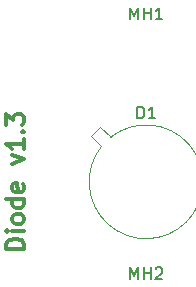
<source format=gbr>
G04 #@! TF.GenerationSoftware,KiCad,Pcbnew,(5.0.0)*
G04 #@! TF.CreationDate,2019-03-24T09:47:22+01:00*
G04 #@! TF.ProjectId,photoDiode_MDversion1.2,70686F746F44696F64655F4D44766572,rev?*
G04 #@! TF.SameCoordinates,Original*
G04 #@! TF.FileFunction,Legend,Top*
G04 #@! TF.FilePolarity,Positive*
%FSLAX46Y46*%
G04 Gerber Fmt 4.6, Leading zero omitted, Abs format (unit mm)*
G04 Created by KiCad (PCBNEW (5.0.0)) date 03/24/19 09:47:22*
%MOMM*%
%LPD*%
G01*
G04 APERTURE LIST*
%ADD10C,0.300000*%
%ADD11C,0.120000*%
%ADD12C,0.150000*%
G04 APERTURE END LIST*
D10*
X139678571Y-100678571D02*
X138178571Y-100678571D01*
X138178571Y-100321428D01*
X138250000Y-100107142D01*
X138392857Y-99964285D01*
X138535714Y-99892857D01*
X138821428Y-99821428D01*
X139035714Y-99821428D01*
X139321428Y-99892857D01*
X139464285Y-99964285D01*
X139607142Y-100107142D01*
X139678571Y-100321428D01*
X139678571Y-100678571D01*
X139678571Y-99178571D02*
X138678571Y-99178571D01*
X138178571Y-99178571D02*
X138250000Y-99250000D01*
X138321428Y-99178571D01*
X138250000Y-99107142D01*
X138178571Y-99178571D01*
X138321428Y-99178571D01*
X139678571Y-98250000D02*
X139607142Y-98392857D01*
X139535714Y-98464285D01*
X139392857Y-98535714D01*
X138964285Y-98535714D01*
X138821428Y-98464285D01*
X138750000Y-98392857D01*
X138678571Y-98250000D01*
X138678571Y-98035714D01*
X138750000Y-97892857D01*
X138821428Y-97821428D01*
X138964285Y-97750000D01*
X139392857Y-97750000D01*
X139535714Y-97821428D01*
X139607142Y-97892857D01*
X139678571Y-98035714D01*
X139678571Y-98250000D01*
X139678571Y-96464285D02*
X138178571Y-96464285D01*
X139607142Y-96464285D02*
X139678571Y-96607142D01*
X139678571Y-96892857D01*
X139607142Y-97035714D01*
X139535714Y-97107142D01*
X139392857Y-97178571D01*
X138964285Y-97178571D01*
X138821428Y-97107142D01*
X138750000Y-97035714D01*
X138678571Y-96892857D01*
X138678571Y-96607142D01*
X138750000Y-96464285D01*
X139607142Y-95178571D02*
X139678571Y-95321428D01*
X139678571Y-95607142D01*
X139607142Y-95750000D01*
X139464285Y-95821428D01*
X138892857Y-95821428D01*
X138750000Y-95750000D01*
X138678571Y-95607142D01*
X138678571Y-95321428D01*
X138750000Y-95178571D01*
X138892857Y-95107142D01*
X139035714Y-95107142D01*
X139178571Y-95821428D01*
X138678571Y-93464285D02*
X139678571Y-93107142D01*
X138678571Y-92750000D01*
X139678571Y-91392857D02*
X139678571Y-92250000D01*
X139678571Y-91821428D02*
X138178571Y-91821428D01*
X138392857Y-91964285D01*
X138535714Y-92107142D01*
X138607142Y-92250000D01*
X139535714Y-90750000D02*
X139607142Y-90678571D01*
X139678571Y-90750000D01*
X139607142Y-90821428D01*
X139535714Y-90750000D01*
X139678571Y-90750000D01*
X138178571Y-90178571D02*
X138178571Y-89250000D01*
X138750000Y-89750000D01*
X138750000Y-89535714D01*
X138821428Y-89392857D01*
X138892857Y-89321428D01*
X139035714Y-89250000D01*
X139392857Y-89250000D01*
X139535714Y-89321428D01*
X139607142Y-89392857D01*
X139678571Y-89535714D01*
X139678571Y-89964285D01*
X139607142Y-90107142D01*
X139535714Y-90178571D01*
D11*
G04 #@! TO.C,D1*
X147002916Y-91225098D02*
X146111961Y-90334144D01*
X146111961Y-90334144D02*
X145334144Y-91111961D01*
X145334144Y-91111961D02*
X146225098Y-92002916D01*
X146225326Y-92002629D02*
G75*
G03X147002916Y-91225098I3774674J-2997371D01*
G01*
D12*
X149261904Y-89632380D02*
X149261904Y-88632380D01*
X149500000Y-88632380D01*
X149642857Y-88680000D01*
X149738095Y-88775238D01*
X149785714Y-88870476D01*
X149833333Y-89060952D01*
X149833333Y-89203809D01*
X149785714Y-89394285D01*
X149738095Y-89489523D01*
X149642857Y-89584761D01*
X149500000Y-89632380D01*
X149261904Y-89632380D01*
X150785714Y-89632380D02*
X150214285Y-89632380D01*
X150500000Y-89632380D02*
X150500000Y-88632380D01*
X150404761Y-88775238D01*
X150309523Y-88870476D01*
X150214285Y-88918095D01*
G04 #@! TO.C,MH1*
X148666666Y-81252380D02*
X148666666Y-80252380D01*
X149000000Y-80966666D01*
X149333333Y-80252380D01*
X149333333Y-81252380D01*
X149809523Y-81252380D02*
X149809523Y-80252380D01*
X149809523Y-80728571D02*
X150380952Y-80728571D01*
X150380952Y-81252380D02*
X150380952Y-80252380D01*
X151380952Y-81252380D02*
X150809523Y-81252380D01*
X151095238Y-81252380D02*
X151095238Y-80252380D01*
X151000000Y-80395238D01*
X150904761Y-80490476D01*
X150809523Y-80538095D01*
G04 #@! TO.C,MH2*
X148666666Y-103252380D02*
X148666666Y-102252380D01*
X149000000Y-102966666D01*
X149333333Y-102252380D01*
X149333333Y-103252380D01*
X149809523Y-103252380D02*
X149809523Y-102252380D01*
X149809523Y-102728571D02*
X150380952Y-102728571D01*
X150380952Y-103252380D02*
X150380952Y-102252380D01*
X150809523Y-102347619D02*
X150857142Y-102300000D01*
X150952380Y-102252380D01*
X151190476Y-102252380D01*
X151285714Y-102300000D01*
X151333333Y-102347619D01*
X151380952Y-102442857D01*
X151380952Y-102538095D01*
X151333333Y-102680952D01*
X150761904Y-103252380D01*
X151380952Y-103252380D01*
G04 #@! TD*
M02*

</source>
